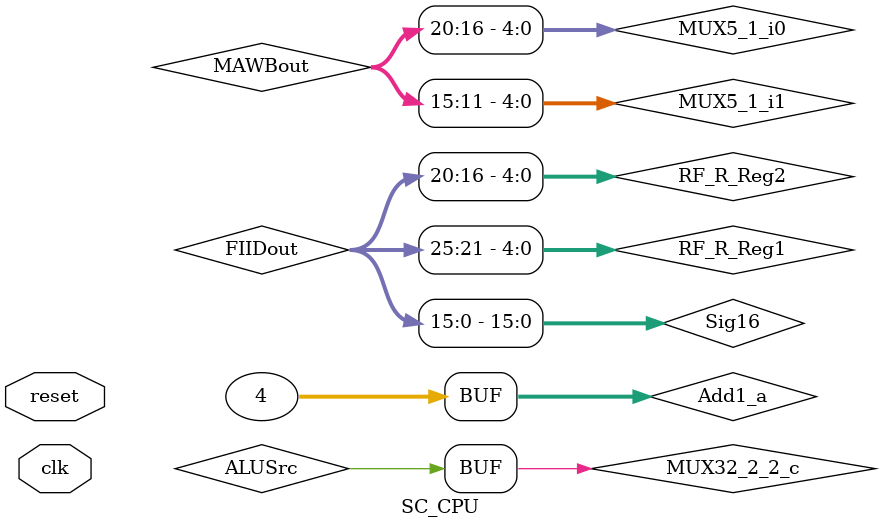
<source format=v>
`timescale 1ns/1ps
module SC_CPU (
    input clk,
    input reset
);
    wire [31:0] Inst_Addr, Inst, PC_in, PC_out, FIIDout, IDEXout, EXMAout, MAWBout, NPC1, NPC2, NPC3;
    wire [31:0] RF_R_data1, RF_R_data2, RF_W_data;
    wire [31:0] DM_Addr, DM_R_data, DM_W_data;
    wire [31:0] Add1_a, Add1_b, Add1_c, Add2_a, Add2_b, Add2_c;
    wire [31:0] SHL32_in, SHL32_out;
    wire [31:0] MUX32_2_1_i0, MUX32_2_1_i1, MUX32_2_1_out;
    wire [31:0] MUX32_2_2_i0, MUX32_2_2_i1, MUX32_2_2_out;
    wire [31:0] MUX32_2_3_i0, MUX32_2_3_i1, MUX32_2_3_out;
    wire [31:0] MUX32_4_1_i0, MUX32_4_1_i1, MUX32_4_1_i2, MUX32_4_1_i3, MUX32_4_1_out;
    wire [31:0] Sig32;
    wire [31:0] ALU_a, ALU_b, ALU_c;
    wire [31:0] EXMA_Rtout, IDEX_Rtout;
    wire [27:0] SHL26_out;
    wire [25:0] Addr26, SHL26_in;
    wire [15:0] Imm16, Sig16;
    wire [5:0] OP_Code, Func, ALUCU_funct;
    wire [4:0] RF_R_Reg1, RF_R_Reg2, RF_W_Reg;
    wire [4:0] Rs, Rt, Rd, Shamt;
    wire [4:0] MUX5_1_i0, MUX5_1_i1, MUX5_1_out;
    wire [2:0] ALUCtrl, ALU_mod;
    wire [1:0]  MUX32_4_1_c, ALUOp;
    wire ALUSrc, RegDst, RegWr, MemtoReg, MemRd, MemWr, Jump, Branch, PCSrc;
    wire RF_W, DM_R, DM_W, ALU_z, ALU_o, ZF;
    wire MUX32_2_1_c, MUX32_2_2_c, MUX32_2_3_c, MUX5_1_c;

    ADD32 add1(Add1_a, Add1_b, Add1_c), add2(Add2_a, Add2_b, Add2_c);
    ALU alu(ALU_a, ALU_b, ALU_c, ALU_mod, ALU_z, ALU_o);
    ALUCU alucu(ALUOp, ALUCU_funct, ALUCtrl);
    DM dm(.R(DM_R), .W(DM_W), .Addr(DM_Addr), .R_data(DM_R_data), .W_data(DM_W_data));
    IM im(Inst_Addr, Inst);
    EXMCU exmcu(.Inst(IDEXout), .ALUOp(ALUOp),  .ALUSrc(ALUSrc));
    MAMCU mamcu(.Inst(EXMAout), .MemRd(MemRd), .MemWr(MemWr), .Jump(Jump), .Branch(Branch));
    WBMCU wbmcu(.Inst(MAWBout), .RegWr(RegWr), .MemtoReg(MemtoReg), .RegDst(RegDst));
    MUX5 mux5(MUX5_1_c, MUX5_1_i0, MUX5_1_i1, MUX5_1_out);
    MUX32_2 mux32_2_1(MUX32_2_1_c, MUX32_2_1_i0, MUX32_2_1_i1, MUX32_2_1_out);
    MUX32_2 mux32_2_2(MUX32_2_2_c, MUX32_2_2_i0, MUX32_2_2_i1, MUX32_2_2_out);
    MUX32_2 mux32_2_3(MUX32_2_3_c, MUX32_2_3_i0, MUX32_2_3_i1, MUX32_2_3_out);
    MUX32_4 mux32_4_1(MUX32_4_1_c, MUX32_4_1_i0, MUX32_4_1_i1, MUX32_4_1_i2, MUX32_4_1_i3, MUX32_4_1_out);
    PC pc(clk, reset, PC_in, PC_out);
    RF rf(.clk(clk), .W(RF_W), .W_Reg(RF_W_Reg), .W_data(RF_W_data), .R_Reg1(RF_R_Reg1), .R_Reg2(RF_R_Reg2), .R_data1(RF_R_data1), .R_data2(RF_R_data2));
    SHL2_26 shl2_26(SHL26_in, SHL26_out);
    SHL2_32 shl2_32(SHL32_in, SHL32_out); 
    SigExt sigext(Sig16, Sig32);
    FIID fiid(.clk(clk), .NPC1in(Add1_c), .NPC1out(NPC1), .IRin(Inst), .IRout(FIIDout), .OP_Code(OP_Code), .Rs(Rs), .Rt(Rt), .Imm16(Imm16));
    IDEX idex(.clk(clk), .NPC1in(NPC1), .NPC1out(Add2_a), .Rsin(RF_R_data1), .Rtin(RF_R_data2), .Imm32in(Sig32), .IRin(FIIDout), .Rsout(ALU_a), .Rtout(IDEX_Rtout), .Imm32out(MUX32_2_2_i1), .IRout(IDEXout));
    EXMA exma(.clk(clk), .NPC3in(NPC3), .NPC2in(NPC2), .Rtin(IDEX_Rtout), .ALUOutin(ALU_c), .IRin(IDEXout), .NPC2out(MUX32_4_1_i2), .NPC3out(MUX32_4_1_i1), .ALUOutout(DM_Addr), .Rtout(EXMA_Rtout), .IRout(EXMAout), .Flagin(ALU_z), .Flagout(ZF));
    MAWB mawb(.clk(clk), .MEMOutin(DM_R_data), .ALUOutin(DM_Addr), .IRin(EXMAout), .MEMOutout(MUX32_2_1_i1), .ALUOutout(MUX32_2_1_i0), .IRout(MAWBout));

    assign Add1_a = 4;
    assign Add1_b = PC_out;

    assign Add2_b = SHL32_out;

    assign ALU_b = MUX32_2_2_out;
    assign ALU_mod = ALUCtrl;
    
    assign ALUCU_funct = Func;
    assign Func = IDEXout[5:0];

    assign DM_R  = MemRd;
    assign DM_W = MemWr;
    assign DM_W_data = EXMA_Rtout;

    assign Inst_Addr = PC_out;

    assign MUX5_1_c = RegDst;
    assign MUX5_1_i0 = MAWBout[20:16];
    assign MUX5_1_i1 = MAWBout[15:11];
    
    assign MUX32_2_1_c = MemtoReg;

    assign MUX32_2_2_i0 = IDEX_Rtout;
    assign MUX32_2_2_c = ALUSrc;

    assign PCSrc = (ZF & Branch) | Jump;
    assign MUX32_2_3_c = PCSrc;
    assign MUX32_2_3_i0 = Add1_c;
    assign MUX32_2_3_i1 = MUX32_4_1_out;

    assign MUX32_4_1_c = {ZF & Branch , Jump};

    assign PC_in = MUX32_2_3_out;

    assign RF_W = RegWr;
    assign RF_W_data = MUX32_2_1_out;
    assign RF_W_Reg = MUX5_1_out;
    assign RF_R_Reg1 = FIIDout[25:21];
    assign RF_R_Reg2 = FIIDout[20:16];

    assign SHL26_in = IDEXout[25:0];
    assign SHL32_in = MUX32_2_2_i1;
    assign Sig16 = FIIDout[15:0];

    assign NPC2 = Add2_c;
    assign NPC3 = {{Add2_a[31:28]}, {SHL26_out}};

endmodule
</source>
